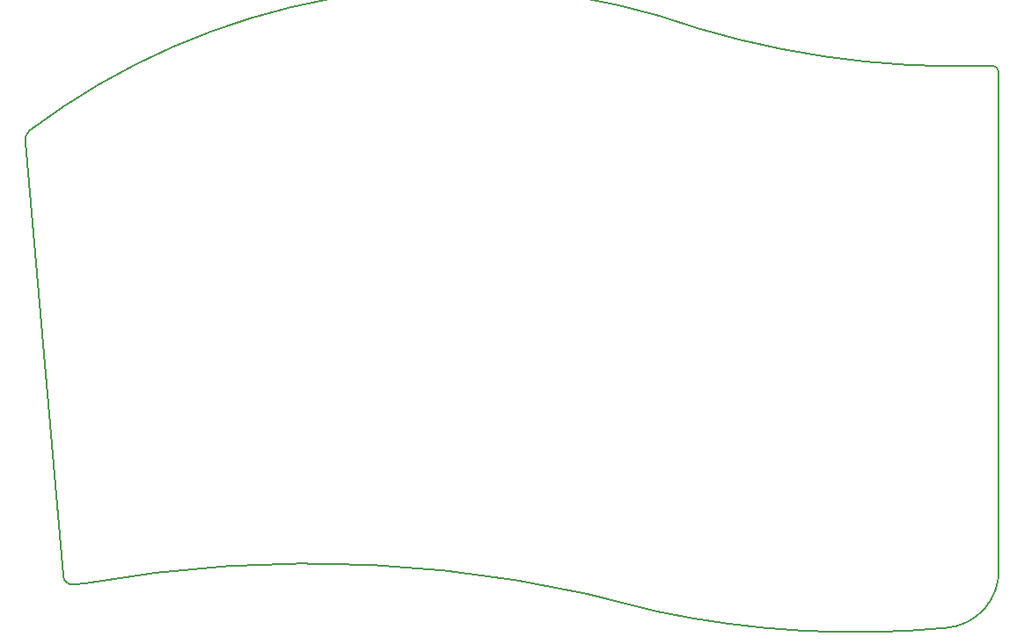
<source format=gbr>
%TF.GenerationSoftware,KiCad,Pcbnew,(6.99.0-1698-gc3bed8f6ee)*%
%TF.CreationDate,2022-08-17T13:46:00+02:00*%
%TF.ProjectId,tiny20_xiao,74696e79-3230-45f7-9869-616f2e6b6963,v1.0.0*%
%TF.SameCoordinates,Original*%
%TF.FileFunction,Profile,NP*%
%FSLAX46Y46*%
G04 Gerber Fmt 4.6, Leading zero omitted, Abs format (unit mm)*
G04 Created by KiCad (PCBNEW (6.99.0-1698-gc3bed8f6ee)) date 2022-08-17 13:46:00*
%MOMM*%
%LPD*%
G01*
G04 APERTURE LIST*
%TA.AperFunction,Profile*%
%ADD10C,0.150000*%
%TD*%
G04 APERTURE END LIST*
D10*
X196407253Y-151677884D02*
G75*
G03*
X197587253Y-151557880I-29253J6149084D01*
G01*
X285527218Y-102307882D02*
G75*
G03*
X284947251Y-101667881I-643018J82D01*
G01*
X252637255Y-154267875D02*
G75*
G03*
X280457254Y-155847880I19093245J90474175D01*
G01*
X195477330Y-150797878D02*
G75*
G03*
X196407253Y-151677880I917470J38178D01*
G01*
X252757259Y-96837872D02*
G75*
G03*
X284947251Y-101667879I28855741J82630072D01*
G01*
X252757256Y-96837880D02*
G75*
G03*
X192257254Y-107907882I-19187686J-65992990D01*
G01*
X252637252Y-154267885D02*
G75*
G03*
X197587253Y-151557880I-33414852J-118289215D01*
G01*
X195477254Y-150797881D02*
X191827252Y-109017880D01*
X280457259Y-155847940D02*
G75*
G03*
X285527253Y-150206766I-426959J5482640D01*
G01*
X192257245Y-107907871D02*
G75*
G03*
X191827253Y-109017880I836755J-962429D01*
G01*
X285527254Y-102307882D02*
X285527254Y-150206766D01*
M02*

</source>
